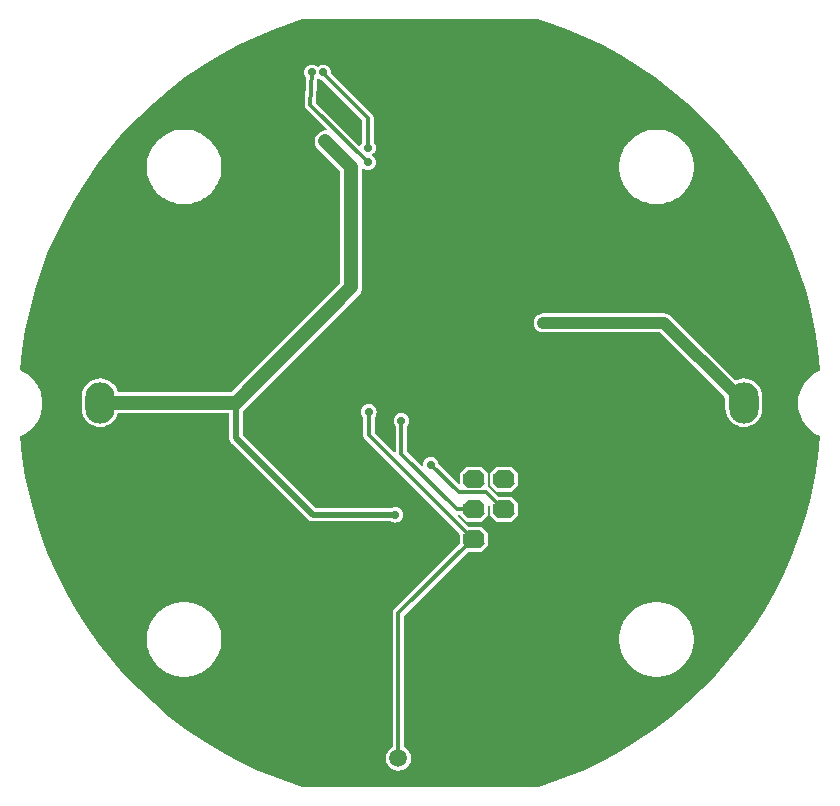
<source format=gbl>
G04*
G04 #@! TF.GenerationSoftware,Altium Limited,Altium Designer,19.1.8 (144)*
G04*
G04 Layer_Physical_Order=2*
G04 Layer_Color=16711680*
%FSLAX25Y25*%
%MOIN*%
G70*
G01*
G75*
%ADD48O,0.03937X0.06299*%
%ADD68C,0.01299*%
%ADD70C,0.03937*%
%ADD71C,0.01968*%
G04:AMPARAMS|DCode=76|XSize=98.43mil|YSize=137.8mil|CornerRadius=49.21mil|HoleSize=0mil|Usage=FLASHONLY|Rotation=0.000|XOffset=0mil|YOffset=0mil|HoleType=Round|Shape=RoundedRectangle|*
%AMROUNDEDRECTD76*
21,1,0.09843,0.03937,0,0,0.0*
21,1,0.00000,0.13780,0,0,0.0*
1,1,0.09843,0.00000,-0.01968*
1,1,0.09843,0.00000,-0.01968*
1,1,0.09843,0.00000,0.01968*
1,1,0.09843,0.00000,0.01968*
%
%ADD76ROUNDEDRECTD76*%
G04:AMPARAMS|DCode=77|XSize=60mil|YSize=70mil|CornerRadius=0mil|HoleSize=0mil|Usage=FLASHONLY|Rotation=270.000|XOffset=0mil|YOffset=0mil|HoleType=Round|Shape=Octagon|*
%AMOCTAGOND77*
4,1,8,0.03500,0.01500,0.03500,-0.01500,0.02000,-0.03000,-0.02000,-0.03000,-0.03500,-0.01500,-0.03500,0.01500,-0.02000,0.03000,0.02000,0.03000,0.03500,0.01500,0.0*
%
%ADD77OCTAGOND77*%

%ADD78C,0.05906*%
%ADD79C,0.02756*%
%ADD80C,0.04724*%
G36*
X81864Y258768D02*
X88262Y256466D01*
X94535Y253843D01*
X100666Y250905D01*
X106641Y247658D01*
X112442Y244113D01*
X118056Y240278D01*
X123469Y236163D01*
X128665Y231778D01*
X133632Y227135D01*
X138357Y222246D01*
X142828Y217123D01*
X147032Y211780D01*
X150960Y206230D01*
X154601Y200488D01*
X157946Y194569D01*
X160986Y188487D01*
X163714Y182259D01*
X166121Y175900D01*
X168203Y169428D01*
X169953Y162858D01*
X171368Y156207D01*
X172442Y149494D01*
X173175Y142734D01*
X173179Y142670D01*
X172112Y142201D01*
X171785Y142003D01*
X171445Y141827D01*
X170200Y140963D01*
X169917Y140706D01*
X169617Y140468D01*
X168560Y139381D01*
X168332Y139075D01*
X168083Y138784D01*
X167254Y137515D01*
X167088Y137170D01*
X166900Y136837D01*
X166329Y135432D01*
X166233Y135062D01*
X166112Y134700D01*
X165821Y133212D01*
X165797Y132830D01*
X165747Y132451D01*
Y130935D01*
X165797Y130556D01*
X165821Y130174D01*
X166112Y128686D01*
X166233Y128323D01*
X166329Y127953D01*
X166900Y126549D01*
X167088Y126216D01*
X167254Y125871D01*
X168083Y124602D01*
X168332Y124311D01*
X168560Y124005D01*
X169617Y122917D01*
X169917Y122680D01*
X170200Y122423D01*
X171445Y121558D01*
X171785Y121383D01*
X172112Y121185D01*
X173179Y120716D01*
X173175Y120652D01*
X172442Y113892D01*
X171368Y107178D01*
X169953Y100528D01*
X168203Y93958D01*
X166121Y87485D01*
X163714Y81127D01*
X160986Y74899D01*
X157946Y68817D01*
X154601Y62897D01*
X150960Y57156D01*
X147032Y51606D01*
X142828Y46262D01*
X138357Y41140D01*
X133632Y36251D01*
X128665Y31608D01*
X123469Y27223D01*
X118056Y23108D01*
X112442Y19272D01*
X106640Y15727D01*
X100666Y12481D01*
X94535Y9543D01*
X88262Y6919D01*
X81864Y4618D01*
X79175Y3802D01*
X353Y3802D01*
X-2337Y4618D01*
X-8734Y6919D01*
X-15007Y9543D01*
X-21138Y12481D01*
X-27113Y15727D01*
X-32915Y19272D01*
X-38529Y23108D01*
X-43941Y27223D01*
X-49137Y31607D01*
X-54105Y36250D01*
X-58830Y41140D01*
X-63300Y46262D01*
X-67505Y51605D01*
X-71433Y57156D01*
X-75074Y62897D01*
X-78419Y68817D01*
X-81459Y74899D01*
X-84186Y81127D01*
X-86594Y87485D01*
X-88675Y93958D01*
X-90426Y100528D01*
X-91840Y107179D01*
X-92915Y113892D01*
X-93648Y120652D01*
X-93651Y120716D01*
X-92585Y121185D01*
X-92257Y121383D01*
X-91918Y121558D01*
X-90672Y122423D01*
X-90389Y122680D01*
X-90089Y122917D01*
X-89033Y124005D01*
X-88804Y124311D01*
X-88555Y124602D01*
X-87726Y125871D01*
X-87561Y126216D01*
X-87372Y126549D01*
X-86802Y127953D01*
X-86705Y128323D01*
X-86584Y128686D01*
X-86294Y130174D01*
X-86270Y130556D01*
X-86220Y130935D01*
Y132451D01*
X-86270Y132830D01*
X-86294Y133212D01*
X-86584Y134700D01*
X-86706Y135063D01*
X-86802Y135432D01*
X-87372Y136837D01*
X-87561Y137170D01*
X-87726Y137515D01*
X-88555Y138784D01*
X-88804Y139075D01*
X-89033Y139381D01*
X-90089Y140468D01*
X-90389Y140706D01*
X-90672Y140963D01*
X-91918Y141827D01*
X-92257Y142003D01*
X-92585Y142201D01*
X-93651Y142670D01*
X-93648Y142734D01*
X-92915Y149494D01*
X-91840Y156207D01*
X-90426Y162858D01*
X-88675Y169428D01*
X-86594Y175900D01*
X-84186Y182259D01*
X-81459Y188487D01*
X-78419Y194569D01*
X-75074Y200488D01*
X-71433Y206230D01*
X-67505Y211780D01*
X-63300Y217123D01*
X-58830Y222246D01*
X-54105Y227135D01*
X-49138Y231778D01*
X-43941Y236163D01*
X-38529Y240278D01*
X-32915Y244113D01*
X-27113Y247658D01*
X-21138Y250905D01*
X-15007Y253843D01*
X-8734Y256466D01*
X-2337Y258768D01*
X353Y259584D01*
X79175D01*
X81864Y258768D01*
D02*
G37*
%LPC*%
G36*
X7382Y244529D02*
X6709Y244441D01*
X6082Y244181D01*
X5543Y243768D01*
X5119Y243969D01*
X4843Y244181D01*
X4216Y244441D01*
X3543Y244529D01*
X2870Y244441D01*
X2243Y244181D01*
X1705Y243767D01*
X1292Y243229D01*
X1032Y242602D01*
X943Y241929D01*
X1032Y241256D01*
X1292Y240629D01*
X1594Y240234D01*
X1265Y231207D01*
X1271Y231172D01*
X1264Y231138D01*
X1329Y230810D01*
X1382Y230481D01*
X1401Y230451D01*
X1407Y230416D01*
X1593Y230138D01*
X1768Y229854D01*
X1797Y229834D01*
X1816Y229805D01*
X8551Y223070D01*
X8317Y222597D01*
X8123Y222622D01*
X7193Y222500D01*
X6327Y222141D01*
X5582Y221570D01*
X5011Y220826D01*
X4652Y219959D01*
X4530Y219029D01*
X4652Y218099D01*
X5011Y217233D01*
X5582Y216489D01*
X13139Y208932D01*
Y171764D01*
X-23142Y135483D01*
X-61025D01*
X-61247Y136212D01*
X-61815Y137276D01*
X-62580Y138208D01*
X-63512Y138972D01*
X-64575Y139541D01*
X-65729Y139891D01*
X-66929Y140009D01*
X-68129Y139891D01*
X-69283Y139541D01*
X-70346Y138972D01*
X-71279Y138208D01*
X-72043Y137276D01*
X-72612Y136212D01*
X-72962Y135058D01*
X-73080Y133858D01*
Y129921D01*
X-72962Y128721D01*
X-72612Y127567D01*
X-72043Y126504D01*
X-71279Y125572D01*
X-70346Y124807D01*
X-69283Y124239D01*
X-68129Y123889D01*
X-66929Y123770D01*
X-65729Y123889D01*
X-64575Y124239D01*
X-63512Y124807D01*
X-62580Y125572D01*
X-61815Y126504D01*
X-61247Y127567D01*
X-61025Y128297D01*
X-23881D01*
Y120079D01*
X-23881Y120079D01*
X-23711Y119227D01*
X-23228Y118504D01*
X2362Y92914D01*
X2362Y92913D01*
X3085Y92431D01*
X3937Y92261D01*
X3937Y92261D01*
X30164D01*
X30196Y92236D01*
X30823Y91977D01*
X31496Y91888D01*
X32169Y91977D01*
X32796Y92236D01*
X33335Y92650D01*
X33748Y93188D01*
X34008Y93815D01*
X34096Y94488D01*
X34008Y95161D01*
X33748Y95788D01*
X33335Y96327D01*
X32796Y96740D01*
X32169Y97000D01*
X31496Y97088D01*
X30823Y97000D01*
X30196Y96740D01*
X30164Y96715D01*
X4860D01*
X-19426Y121001D01*
Y129109D01*
X-19113Y129349D01*
X19273Y167735D01*
X19844Y168479D01*
X20203Y169346D01*
X20325Y170276D01*
Y209609D01*
X20825Y209856D01*
X21062Y209674D01*
X21689Y209414D01*
X22362Y209325D01*
X23035Y209414D01*
X23662Y209674D01*
X24201Y210087D01*
X24614Y210626D01*
X24874Y211253D01*
X24962Y211926D01*
X24874Y212599D01*
X24614Y213226D01*
X24201Y213764D01*
X23820Y214057D01*
X23781Y214173D01*
Y214537D01*
X23820Y214653D01*
X24201Y214946D01*
X24614Y215484D01*
X24874Y216111D01*
X24962Y216784D01*
X24874Y217457D01*
X24614Y218084D01*
X24248Y218561D01*
Y226654D01*
X24104Y227375D01*
X23696Y227987D01*
X9956Y241727D01*
X9982Y241929D01*
X9894Y242602D01*
X9634Y243229D01*
X9221Y243768D01*
X8682Y244181D01*
X8055Y244441D01*
X7382Y244529D01*
D02*
G37*
G36*
X119188Y222873D02*
X117820D01*
X117690Y222847D01*
X117558Y222856D01*
X116202Y222677D01*
X116077Y222635D01*
X115945Y222626D01*
X114624Y222272D01*
X114505Y222214D01*
X114375Y222188D01*
X113111Y221665D01*
X113002Y221591D01*
X112876Y221549D01*
X111692Y220865D01*
X111592Y220777D01*
X111473Y220719D01*
X110388Y219886D01*
X110301Y219787D01*
X110191Y219713D01*
X109224Y218746D01*
X109150Y218636D01*
X109051Y218549D01*
X108218Y217464D01*
X108160Y217345D01*
X108072Y217245D01*
X107388Y216061D01*
X107346Y215935D01*
X107272Y215826D01*
X106749Y214562D01*
X106723Y214432D01*
X106665Y214313D01*
X106311Y212992D01*
X106302Y212860D01*
X106260Y212735D01*
X106081Y211379D01*
X106090Y211247D01*
X106064Y211117D01*
Y209749D01*
X106090Y209619D01*
X106081Y209487D01*
X106260Y208131D01*
X106302Y208006D01*
X106311Y207874D01*
X106665Y206553D01*
X106723Y206434D01*
X106749Y206304D01*
X107272Y205041D01*
X107346Y204931D01*
X107388Y204805D01*
X108072Y203621D01*
X108160Y203521D01*
X108218Y203402D01*
X109051Y202318D01*
X109150Y202230D01*
X109224Y202120D01*
X110191Y201153D01*
X110301Y201080D01*
X110388Y200980D01*
X111473Y200147D01*
X111592Y200089D01*
X111692Y200002D01*
X112876Y199318D01*
X113002Y199275D01*
X113111Y199202D01*
X114375Y198678D01*
X114505Y198652D01*
X114624Y198594D01*
X115945Y198240D01*
X116077Y198231D01*
X116202Y198189D01*
X117558Y198010D01*
X117690Y198019D01*
X117820Y197993D01*
X119188D01*
X119318Y198019D01*
X119450Y198010D01*
X120806Y198189D01*
X120931Y198231D01*
X121063Y198240D01*
X122384Y198594D01*
X122503Y198652D01*
X122633Y198678D01*
X123896Y199202D01*
X124006Y199275D01*
X124132Y199318D01*
X125316Y200002D01*
X125416Y200089D01*
X125534Y200147D01*
X126620Y200980D01*
X126707Y201080D01*
X126817Y201153D01*
X127784Y202120D01*
X127857Y202230D01*
X127957Y202318D01*
X128790Y203402D01*
X128848Y203521D01*
X128936Y203621D01*
X129619Y204805D01*
X129662Y204931D01*
X129735Y205041D01*
X130259Y206304D01*
X130285Y206434D01*
X130343Y206553D01*
X130697Y207874D01*
X130706Y208006D01*
X130748Y208131D01*
X130927Y209487D01*
X130918Y209619D01*
X130944Y209749D01*
Y211117D01*
X130918Y211247D01*
X130927Y211379D01*
X130748Y212735D01*
X130706Y212860D01*
X130697Y212992D01*
X130343Y214313D01*
X130285Y214432D01*
X130259Y214562D01*
X129735Y215826D01*
X129662Y215935D01*
X129619Y216061D01*
X128936Y217245D01*
X128848Y217345D01*
X128790Y217464D01*
X127957Y218549D01*
X127857Y218636D01*
X127784Y218746D01*
X126817Y219713D01*
X126707Y219787D01*
X126620Y219886D01*
X125534Y220719D01*
X125416Y220777D01*
X125316Y220865D01*
X124132Y221549D01*
X124006Y221591D01*
X123896Y221665D01*
X122633Y222188D01*
X122503Y222214D01*
X122384Y222272D01*
X121063Y222626D01*
X120931Y222635D01*
X120806Y222677D01*
X119450Y222856D01*
X119318Y222847D01*
X119188Y222873D01*
D02*
G37*
G36*
X-38293D02*
X-39660D01*
X-39790Y222847D01*
X-39922Y222856D01*
X-41278Y222677D01*
X-41403Y222635D01*
X-41536Y222626D01*
X-42857Y222272D01*
X-42975Y222214D01*
X-43105Y222188D01*
X-44369Y221665D01*
X-44479Y221591D01*
X-44604Y221549D01*
X-45789Y220865D01*
X-45888Y220777D01*
X-46007Y220719D01*
X-47092Y219886D01*
X-47179Y219787D01*
X-47289Y219713D01*
X-48256Y218746D01*
X-48330Y218636D01*
X-48430Y218549D01*
X-49262Y217464D01*
X-49321Y217345D01*
X-49408Y217245D01*
X-50092Y216061D01*
X-50134Y215935D01*
X-50208Y215826D01*
X-50731Y214562D01*
X-50757Y214432D01*
X-50816Y214313D01*
X-51170Y212992D01*
X-51178Y212860D01*
X-51221Y212735D01*
X-51399Y211379D01*
X-51391Y211247D01*
X-51416Y211117D01*
Y209749D01*
X-51391Y209619D01*
X-51399Y209487D01*
X-51221Y208131D01*
X-51178Y208006D01*
X-51170Y207874D01*
X-50816Y206553D01*
X-50757Y206434D01*
X-50731Y206304D01*
X-50208Y205041D01*
X-50134Y204931D01*
X-50092Y204805D01*
X-49408Y203621D01*
X-49321Y203521D01*
X-49262Y203402D01*
X-48430Y202318D01*
X-48330Y202230D01*
X-48256Y202120D01*
X-47289Y201153D01*
X-47179Y201080D01*
X-47092Y200980D01*
X-46007Y200147D01*
X-45888Y200089D01*
X-45789Y200002D01*
X-44604Y199318D01*
X-44479Y199275D01*
X-44369Y199202D01*
X-43105Y198678D01*
X-42975Y198652D01*
X-42857Y198594D01*
X-41536Y198240D01*
X-41403Y198231D01*
X-41278Y198189D01*
X-39922Y198010D01*
X-39790Y198019D01*
X-39660Y197993D01*
X-38293D01*
X-38163Y198019D01*
X-38031Y198010D01*
X-36675Y198189D01*
X-36549Y198231D01*
X-36417Y198240D01*
X-35096Y198594D01*
X-34977Y198652D01*
X-34848Y198678D01*
X-33584Y199202D01*
X-33474Y199275D01*
X-33349Y199318D01*
X-32164Y200002D01*
X-32065Y200089D01*
X-31946Y200147D01*
X-30861Y200980D01*
X-30773Y201080D01*
X-30663Y201153D01*
X-29696Y202120D01*
X-29623Y202230D01*
X-29523Y202318D01*
X-28691Y203402D01*
X-28632Y203521D01*
X-28545Y203621D01*
X-27861Y204805D01*
X-27818Y204931D01*
X-27745Y205041D01*
X-27222Y206304D01*
X-27196Y206434D01*
X-27137Y206553D01*
X-26783Y207874D01*
X-26774Y208006D01*
X-26732Y208131D01*
X-26553Y209487D01*
X-26562Y209619D01*
X-26536Y209749D01*
Y211117D01*
X-26562Y211247D01*
X-26553Y211379D01*
X-26732Y212735D01*
X-26774Y212860D01*
X-26783Y212992D01*
X-27137Y214313D01*
X-27196Y214432D01*
X-27222Y214562D01*
X-27745Y215826D01*
X-27818Y215935D01*
X-27861Y216061D01*
X-28545Y217245D01*
X-28632Y217345D01*
X-28691Y217464D01*
X-29523Y218549D01*
X-29623Y218636D01*
X-29696Y218746D01*
X-30663Y219713D01*
X-30773Y219787D01*
X-30861Y219886D01*
X-31946Y220719D01*
X-32065Y220777D01*
X-32164Y220865D01*
X-33349Y221549D01*
X-33474Y221591D01*
X-33584Y221665D01*
X-34848Y222188D01*
X-34977Y222214D01*
X-35096Y222272D01*
X-36417Y222626D01*
X-36549Y222635D01*
X-36675Y222677D01*
X-38031Y222856D01*
X-38163Y222847D01*
X-38293Y222873D01*
D02*
G37*
G36*
X121063Y161660D02*
X80709D01*
X79882Y161551D01*
X79111Y161232D01*
X78449Y160724D01*
X77941Y160063D01*
X77622Y159292D01*
X77513Y158465D01*
X77622Y157637D01*
X77941Y156867D01*
X78449Y156205D01*
X79111Y155697D01*
X79882Y155378D01*
X80709Y155269D01*
X119739D01*
X141487Y133521D01*
Y129921D01*
X141605Y128721D01*
X141955Y127567D01*
X142524Y126504D01*
X143289Y125572D01*
X144221Y124807D01*
X145284Y124239D01*
X146438Y123889D01*
X147638Y123770D01*
X148838Y123889D01*
X149992Y124239D01*
X151055Y124807D01*
X151987Y125572D01*
X152752Y126504D01*
X153321Y127567D01*
X153671Y128721D01*
X153789Y129921D01*
Y133858D01*
X153671Y135058D01*
X153321Y136212D01*
X152752Y137276D01*
X151987Y138208D01*
X151055Y138972D01*
X149992Y139541D01*
X148838Y139891D01*
X147638Y140009D01*
X146438Y139891D01*
X145284Y139541D01*
X144777Y139270D01*
X123323Y160724D01*
X122661Y161232D01*
X122342Y161364D01*
X121890Y161551D01*
X121063Y161660D01*
D02*
G37*
G36*
X70298Y110560D02*
X65098D01*
X62998Y108460D01*
Y104260D01*
X65098Y102160D01*
X70298D01*
X72398Y104260D01*
Y108460D01*
X70298Y110560D01*
D02*
G37*
G36*
X22638Y131338D02*
X21965Y131249D01*
X21338Y130989D01*
X20799Y130576D01*
X20386Y130037D01*
X20126Y129410D01*
X20038Y128737D01*
X20126Y128065D01*
X20386Y127437D01*
X20752Y126960D01*
Y120921D01*
X20896Y120199D01*
X21304Y119587D01*
X52998Y87893D01*
Y84827D01*
X31147Y62975D01*
X30738Y62363D01*
X30595Y61642D01*
Y17001D01*
X30386Y16915D01*
X29518Y16249D01*
X28853Y15382D01*
X28435Y14371D01*
X28292Y13287D01*
X28435Y12203D01*
X28853Y11193D01*
X29518Y10326D01*
X30386Y9660D01*
X31396Y9241D01*
X32480Y9099D01*
X33564Y9241D01*
X34575Y9660D01*
X35442Y10326D01*
X36108Y11193D01*
X36526Y12203D01*
X36669Y13287D01*
X36526Y14371D01*
X36108Y15382D01*
X35442Y16249D01*
X34575Y16915D01*
X34366Y17001D01*
Y60861D01*
X55665Y82160D01*
X60298D01*
X62398Y84260D01*
Y88460D01*
X60298Y90560D01*
X55665D01*
X52251Y93974D01*
X52458Y94474D01*
X52998D01*
Y94260D01*
X55098Y92160D01*
X60298D01*
X62398Y94260D01*
Y97293D01*
X62898Y97560D01*
X62998Y97493D01*
Y94260D01*
X65098Y92160D01*
X70298D01*
X72398Y94260D01*
Y98460D01*
X70298Y100560D01*
X65665D01*
X62981Y103244D01*
X62447Y103601D01*
X62280Y104141D01*
X62398Y104260D01*
Y108460D01*
X60298Y110560D01*
X55098D01*
X52998Y108460D01*
Y104903D01*
X52498Y104696D01*
X45897Y111297D01*
X45819Y111893D01*
X45559Y112521D01*
X45146Y113059D01*
X44607Y113472D01*
X43980Y113732D01*
X43307Y113821D01*
X42634Y113732D01*
X42007Y113472D01*
X41469Y113059D01*
X41055Y112521D01*
X40795Y111893D01*
X40707Y111221D01*
X40756Y110846D01*
X40283Y110613D01*
X35350Y115545D01*
Y124008D01*
X35716Y124485D01*
X35976Y125112D01*
X36065Y125785D01*
X35976Y126458D01*
X35716Y127085D01*
X35303Y127623D01*
X34765Y128036D01*
X34137Y128296D01*
X33465Y128385D01*
X32792Y128296D01*
X32164Y128036D01*
X31626Y127623D01*
X31213Y127085D01*
X30953Y126458D01*
X30864Y125785D01*
X30953Y125112D01*
X31213Y124485D01*
X31579Y124008D01*
Y115354D01*
X31079Y115147D01*
X24524Y121702D01*
Y126960D01*
X24890Y127437D01*
X25149Y128065D01*
X25238Y128737D01*
X25149Y129410D01*
X24890Y130037D01*
X24476Y130576D01*
X23938Y130989D01*
X23311Y131249D01*
X22638Y131338D01*
D02*
G37*
G36*
X119188Y65393D02*
X117820D01*
X117690Y65367D01*
X117558Y65376D01*
X116202Y65197D01*
X116077Y65155D01*
X115945Y65146D01*
X114624Y64792D01*
X114505Y64733D01*
X114375Y64708D01*
X113111Y64184D01*
X113002Y64111D01*
X112876Y64068D01*
X111692Y63384D01*
X111592Y63297D01*
X111473Y63239D01*
X110388Y62406D01*
X110301Y62306D01*
X110191Y62233D01*
X109224Y61266D01*
X109150Y61156D01*
X109051Y61068D01*
X108218Y59983D01*
X108160Y59865D01*
X108072Y59765D01*
X107388Y58581D01*
X107346Y58455D01*
X107272Y58345D01*
X106749Y57082D01*
X106723Y56952D01*
X106665Y56833D01*
X106311Y55512D01*
X106302Y55380D01*
X106260Y55255D01*
X106081Y53899D01*
X106090Y53766D01*
X106064Y53637D01*
Y52269D01*
X106090Y52139D01*
X106081Y52007D01*
X106260Y50651D01*
X106302Y50526D01*
X106311Y50393D01*
X106665Y49073D01*
X106723Y48954D01*
X106749Y48824D01*
X107272Y47560D01*
X107346Y47450D01*
X107388Y47325D01*
X108072Y46141D01*
X108160Y46041D01*
X108218Y45922D01*
X109051Y44837D01*
X109150Y44750D01*
X109224Y44640D01*
X110191Y43673D01*
X110301Y43599D01*
X110388Y43500D01*
X111473Y42667D01*
X111592Y42608D01*
X111692Y42521D01*
X112876Y41837D01*
X113002Y41795D01*
X113111Y41721D01*
X114375Y41198D01*
X114505Y41172D01*
X114624Y41113D01*
X115945Y40760D01*
X116077Y40751D01*
X116202Y40708D01*
X117558Y40530D01*
X117690Y40538D01*
X117820Y40513D01*
X119188D01*
X119318Y40538D01*
X119450Y40530D01*
X120806Y40708D01*
X120931Y40751D01*
X121063Y40760D01*
X122384Y41113D01*
X122503Y41172D01*
X122633Y41198D01*
X123896Y41721D01*
X124006Y41795D01*
X124132Y41837D01*
X125316Y42521D01*
X125416Y42608D01*
X125534Y42667D01*
X126620Y43500D01*
X126707Y43599D01*
X126817Y43673D01*
X127784Y44640D01*
X127857Y44750D01*
X127957Y44837D01*
X128790Y45922D01*
X128848Y46041D01*
X128936Y46141D01*
X129619Y47325D01*
X129662Y47450D01*
X129735Y47560D01*
X130259Y48824D01*
X130285Y48954D01*
X130343Y49073D01*
X130697Y50393D01*
X130706Y50526D01*
X130748Y50651D01*
X130927Y52007D01*
X130918Y52139D01*
X130944Y52269D01*
Y53637D01*
X130918Y53766D01*
X130927Y53899D01*
X130748Y55255D01*
X130706Y55380D01*
X130697Y55512D01*
X130343Y56833D01*
X130285Y56952D01*
X130259Y57082D01*
X129735Y58345D01*
X129662Y58455D01*
X129619Y58581D01*
X128936Y59765D01*
X128848Y59865D01*
X128790Y59983D01*
X127957Y61068D01*
X127857Y61156D01*
X127784Y61266D01*
X126817Y62233D01*
X126707Y62306D01*
X126620Y62406D01*
X125534Y63239D01*
X125416Y63297D01*
X125316Y63384D01*
X124132Y64068D01*
X124006Y64111D01*
X123896Y64184D01*
X122633Y64708D01*
X122503Y64733D01*
X122384Y64792D01*
X121063Y65146D01*
X120931Y65155D01*
X120806Y65197D01*
X119450Y65376D01*
X119318Y65367D01*
X119188Y65393D01*
D02*
G37*
G36*
X-38293D02*
X-39660D01*
X-39790Y65367D01*
X-39922Y65376D01*
X-41278Y65197D01*
X-41403Y65155D01*
X-41536Y65146D01*
X-42857Y64792D01*
X-42975Y64733D01*
X-43105Y64708D01*
X-44369Y64184D01*
X-44479Y64111D01*
X-44604Y64068D01*
X-45789Y63384D01*
X-45888Y63297D01*
X-46007Y63239D01*
X-47092Y62406D01*
X-47179Y62306D01*
X-47289Y62233D01*
X-48256Y61266D01*
X-48330Y61156D01*
X-48430Y61068D01*
X-49262Y59983D01*
X-49321Y59865D01*
X-49408Y59765D01*
X-50092Y58581D01*
X-50134Y58455D01*
X-50208Y58345D01*
X-50731Y57082D01*
X-50757Y56952D01*
X-50816Y56833D01*
X-51170Y55512D01*
X-51178Y55380D01*
X-51221Y55255D01*
X-51399Y53899D01*
X-51391Y53766D01*
X-51416Y53637D01*
Y52269D01*
X-51391Y52139D01*
X-51399Y52007D01*
X-51221Y50651D01*
X-51178Y50526D01*
X-51170Y50393D01*
X-50816Y49073D01*
X-50757Y48954D01*
X-50731Y48824D01*
X-50208Y47560D01*
X-50134Y47450D01*
X-50092Y47325D01*
X-49408Y46141D01*
X-49321Y46041D01*
X-49262Y45922D01*
X-48430Y44837D01*
X-48330Y44750D01*
X-48256Y44640D01*
X-47289Y43673D01*
X-47179Y43599D01*
X-47092Y43500D01*
X-46007Y42667D01*
X-45888Y42608D01*
X-45789Y42521D01*
X-44604Y41837D01*
X-44479Y41795D01*
X-44369Y41721D01*
X-43105Y41198D01*
X-42975Y41172D01*
X-42857Y41113D01*
X-41536Y40760D01*
X-41403Y40751D01*
X-41278Y40708D01*
X-39922Y40530D01*
X-39790Y40538D01*
X-39660Y40513D01*
X-38293D01*
X-38163Y40538D01*
X-38031Y40530D01*
X-36675Y40708D01*
X-36549Y40751D01*
X-36417Y40760D01*
X-35096Y41113D01*
X-34977Y41172D01*
X-34848Y41198D01*
X-33584Y41721D01*
X-33474Y41795D01*
X-33349Y41837D01*
X-32164Y42521D01*
X-32065Y42608D01*
X-31946Y42667D01*
X-30861Y43500D01*
X-30773Y43599D01*
X-30663Y43673D01*
X-29696Y44640D01*
X-29623Y44750D01*
X-29523Y44837D01*
X-28691Y45922D01*
X-28632Y46041D01*
X-28545Y46141D01*
X-27861Y47325D01*
X-27818Y47450D01*
X-27745Y47560D01*
X-27222Y48824D01*
X-27196Y48954D01*
X-27137Y49073D01*
X-26783Y50393D01*
X-26774Y50526D01*
X-26732Y50651D01*
X-26553Y52007D01*
X-26562Y52139D01*
X-26536Y52269D01*
Y53637D01*
X-26562Y53766D01*
X-26553Y53899D01*
X-26732Y55255D01*
X-26774Y55380D01*
X-26783Y55512D01*
X-27137Y56833D01*
X-27196Y56952D01*
X-27222Y57082D01*
X-27745Y58345D01*
X-27818Y58455D01*
X-27861Y58581D01*
X-28545Y59765D01*
X-28632Y59865D01*
X-28691Y59983D01*
X-29523Y61068D01*
X-29623Y61156D01*
X-29696Y61266D01*
X-30663Y62233D01*
X-30773Y62306D01*
X-30861Y62406D01*
X-31946Y63239D01*
X-32065Y63297D01*
X-32164Y63384D01*
X-33349Y64068D01*
X-33474Y64111D01*
X-33584Y64184D01*
X-34848Y64708D01*
X-34977Y64733D01*
X-35096Y64792D01*
X-36417Y65146D01*
X-36549Y65155D01*
X-36675Y65197D01*
X-38031Y65376D01*
X-38163Y65367D01*
X-38293Y65393D01*
D02*
G37*
%LPD*%
G36*
X6082Y239677D02*
X6709Y239418D01*
X6965Y239384D01*
X20476Y225872D01*
Y218561D01*
X20110Y218084D01*
X19954Y217708D01*
X19389Y217566D01*
X5064Y231891D01*
X5346Y239612D01*
X5855Y239851D01*
X6082Y239677D01*
D02*
G37*
D48*
X56378Y241299D02*
D03*
X22362D02*
D03*
Y256260D02*
D03*
X56378D02*
D03*
D68*
X32480Y13287D02*
Y61642D01*
X57198Y86360D01*
X57698D01*
X33465Y114764D02*
X51868Y96360D01*
X57698D01*
X33465Y114764D02*
Y125785D01*
X43307Y111221D02*
X52617Y101910D01*
X61648D01*
X67198Y96360D01*
X7382Y241634D02*
X22362Y226654D01*
X7382Y241634D02*
Y241929D01*
X3150Y231138D02*
X3543Y241929D01*
X3150Y231138D02*
X22362Y211926D01*
Y216784D02*
Y226654D01*
X22638Y120921D02*
Y128737D01*
Y120921D02*
X57198Y86360D01*
X67198Y96360D02*
X67698D01*
D70*
X80709Y158465D02*
X121063D01*
X144539Y134988D01*
X144910D01*
X147638Y132260D01*
Y131890D02*
Y132260D01*
D71*
X3937Y94488D02*
X31496D01*
X-21654Y120079D02*
X3937Y94488D01*
X-21654Y120079D02*
Y131890D01*
D76*
X147638D02*
D03*
X-66929D02*
D03*
D77*
X67698Y86360D02*
D03*
X57698D02*
D03*
X67698Y96360D02*
D03*
X57698D02*
D03*
X67698Y106360D02*
D03*
X57698D02*
D03*
D78*
X27559Y23130D02*
D03*
X55118D02*
D03*
X32480Y13287D02*
D03*
X50197D02*
D03*
D79*
X149606Y186024D02*
D03*
Y164608D02*
D03*
X98425Y226716D02*
D03*
X82677Y243110D02*
D03*
X-21654Y225394D02*
D03*
X-4921Y241929D02*
D03*
X95472Y34449D02*
D03*
X78740Y18108D02*
D03*
X147638Y104331D02*
D03*
Y82677D02*
D03*
X-66929Y162402D02*
D03*
Y186024D02*
D03*
Y105315D02*
D03*
Y81693D02*
D03*
X-18701Y32480D02*
D03*
X-2953Y16732D02*
D03*
X23346Y230746D02*
D03*
X71856Y164608D02*
D03*
X56378D02*
D03*
X38701Y136811D02*
D03*
X5906Y112205D02*
D03*
X984Y106299D02*
D03*
X8928Y170276D02*
D03*
X2870D02*
D03*
X82968Y140009D02*
D03*
X52027Y226716D02*
D03*
X8123Y211117D02*
D03*
X80709Y158465D02*
D03*
X31496Y94488D02*
D03*
X8123Y219029D02*
D03*
X-21654Y131890D02*
D03*
X16732Y170276D02*
D03*
X33465Y125785D02*
D03*
X7382Y241929D02*
D03*
X3543Y241929D02*
D03*
X22362Y211926D02*
D03*
Y216784D02*
D03*
X43307Y111221D02*
D03*
X22638Y128737D02*
D03*
D80*
X8123Y219029D02*
X16732Y210420D01*
Y170276D02*
Y210420D01*
X-21654Y131890D02*
X16732Y170276D01*
X-66929Y131890D02*
X-21654D01*
M02*

</source>
